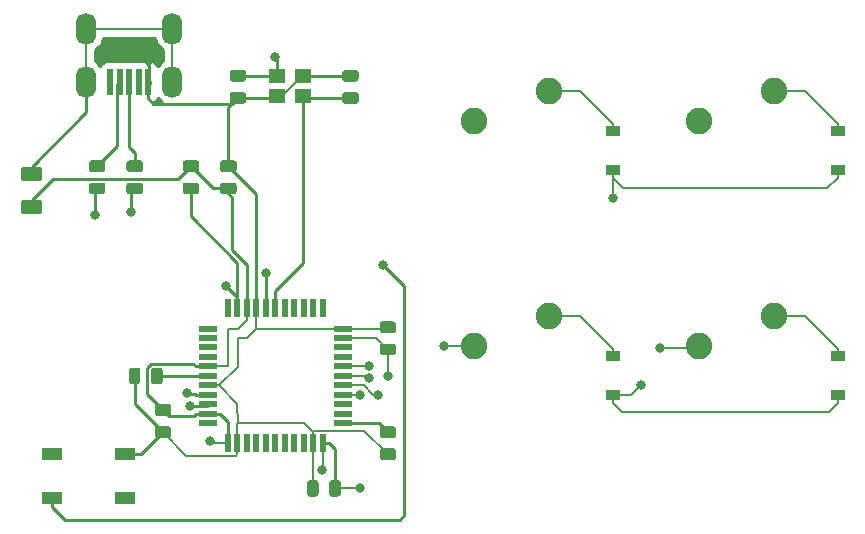
<source format=gbl>
G04 #@! TF.GenerationSoftware,KiCad,Pcbnew,(5.1.5)-3*
G04 #@! TF.CreationDate,2020-03-21T14:26:23+08:00*
G04 #@! TF.ProjectId,PCB Design,50434220-4465-4736-9967-6e2e6b696361,rev?*
G04 #@! TF.SameCoordinates,Original*
G04 #@! TF.FileFunction,Copper,L2,Bot*
G04 #@! TF.FilePolarity,Positive*
%FSLAX46Y46*%
G04 Gerber Fmt 4.6, Leading zero omitted, Abs format (unit mm)*
G04 Created by KiCad (PCBNEW (5.1.5)-3) date 2020-03-21 14:26:23*
%MOMM*%
%LPD*%
G04 APERTURE LIST*
%ADD10R,1.400000X1.200000*%
%ADD11O,1.700000X2.700000*%
%ADD12R,0.500000X2.250000*%
%ADD13R,0.550000X1.500000*%
%ADD14R,1.500000X0.550000*%
%ADD15R,1.800000X1.100000*%
%ADD16C,0.100000*%
%ADD17C,2.250000*%
%ADD18R,1.200000X0.900000*%
%ADD19C,0.800000*%
%ADD20C,0.254000*%
%ADD21C,0.203200*%
G04 APERTURE END LIST*
D10*
X189706250Y-130175000D03*
X187506250Y-130175000D03*
X187506250Y-131875000D03*
X189706250Y-131875000D03*
D11*
X171293750Y-126206250D03*
X178593750Y-126206250D03*
X178593750Y-130706250D03*
X171293750Y-130706250D03*
D12*
X173343750Y-130706250D03*
X174143750Y-130706250D03*
X174943750Y-130706250D03*
X175743750Y-130706250D03*
X176543750Y-130706250D03*
D13*
X183325000Y-161275000D03*
X184125000Y-161275000D03*
X184925000Y-161275000D03*
X185725000Y-161275000D03*
X186525000Y-161275000D03*
X187325000Y-161275000D03*
X188125000Y-161275000D03*
X188925000Y-161275000D03*
X189725000Y-161275000D03*
X190525000Y-161275000D03*
X191325000Y-161275000D03*
D14*
X193025000Y-159575000D03*
X193025000Y-158775000D03*
X193025000Y-157975000D03*
X193025000Y-157175000D03*
X193025000Y-156375000D03*
X193025000Y-155575000D03*
X193025000Y-154775000D03*
X193025000Y-153975000D03*
X193025000Y-153175000D03*
X193025000Y-152375000D03*
X193025000Y-151575000D03*
D13*
X191325000Y-149875000D03*
X190525000Y-149875000D03*
X189725000Y-149875000D03*
X188925000Y-149875000D03*
X188125000Y-149875000D03*
X187325000Y-149875000D03*
X186525000Y-149875000D03*
X185725000Y-149875000D03*
X184925000Y-149875000D03*
X184125000Y-149875000D03*
X183325000Y-149875000D03*
D14*
X181625000Y-151575000D03*
X181625000Y-152375000D03*
X181625000Y-153175000D03*
X181625000Y-153975000D03*
X181625000Y-154775000D03*
X181625000Y-155575000D03*
X181625000Y-156375000D03*
X181625000Y-157175000D03*
X181625000Y-157975000D03*
X181625000Y-158775000D03*
X181625000Y-159575000D03*
D15*
X174625000Y-162193750D03*
X168425000Y-165893750D03*
X174625000Y-165893750D03*
X168425000Y-162193750D03*
G04 #@! TA.AperFunction,SMDPad,CuDef*
D16*
G36*
X197330142Y-159851174D02*
G01*
X197353803Y-159854684D01*
X197377007Y-159860496D01*
X197399529Y-159868554D01*
X197421153Y-159878782D01*
X197441670Y-159891079D01*
X197460883Y-159905329D01*
X197478607Y-159921393D01*
X197494671Y-159939117D01*
X197508921Y-159958330D01*
X197521218Y-159978847D01*
X197531446Y-160000471D01*
X197539504Y-160022993D01*
X197545316Y-160046197D01*
X197548826Y-160069858D01*
X197550000Y-160093750D01*
X197550000Y-160581250D01*
X197548826Y-160605142D01*
X197545316Y-160628803D01*
X197539504Y-160652007D01*
X197531446Y-160674529D01*
X197521218Y-160696153D01*
X197508921Y-160716670D01*
X197494671Y-160735883D01*
X197478607Y-160753607D01*
X197460883Y-160769671D01*
X197441670Y-160783921D01*
X197421153Y-160796218D01*
X197399529Y-160806446D01*
X197377007Y-160814504D01*
X197353803Y-160820316D01*
X197330142Y-160823826D01*
X197306250Y-160825000D01*
X196393750Y-160825000D01*
X196369858Y-160823826D01*
X196346197Y-160820316D01*
X196322993Y-160814504D01*
X196300471Y-160806446D01*
X196278847Y-160796218D01*
X196258330Y-160783921D01*
X196239117Y-160769671D01*
X196221393Y-160753607D01*
X196205329Y-160735883D01*
X196191079Y-160716670D01*
X196178782Y-160696153D01*
X196168554Y-160674529D01*
X196160496Y-160652007D01*
X196154684Y-160628803D01*
X196151174Y-160605142D01*
X196150000Y-160581250D01*
X196150000Y-160093750D01*
X196151174Y-160069858D01*
X196154684Y-160046197D01*
X196160496Y-160022993D01*
X196168554Y-160000471D01*
X196178782Y-159978847D01*
X196191079Y-159958330D01*
X196205329Y-159939117D01*
X196221393Y-159921393D01*
X196239117Y-159905329D01*
X196258330Y-159891079D01*
X196278847Y-159878782D01*
X196300471Y-159868554D01*
X196322993Y-159860496D01*
X196346197Y-159854684D01*
X196369858Y-159851174D01*
X196393750Y-159850000D01*
X197306250Y-159850000D01*
X197330142Y-159851174D01*
G37*
G04 #@! TD.AperFunction*
G04 #@! TA.AperFunction,SMDPad,CuDef*
G36*
X197330142Y-161726174D02*
G01*
X197353803Y-161729684D01*
X197377007Y-161735496D01*
X197399529Y-161743554D01*
X197421153Y-161753782D01*
X197441670Y-161766079D01*
X197460883Y-161780329D01*
X197478607Y-161796393D01*
X197494671Y-161814117D01*
X197508921Y-161833330D01*
X197521218Y-161853847D01*
X197531446Y-161875471D01*
X197539504Y-161897993D01*
X197545316Y-161921197D01*
X197548826Y-161944858D01*
X197550000Y-161968750D01*
X197550000Y-162456250D01*
X197548826Y-162480142D01*
X197545316Y-162503803D01*
X197539504Y-162527007D01*
X197531446Y-162549529D01*
X197521218Y-162571153D01*
X197508921Y-162591670D01*
X197494671Y-162610883D01*
X197478607Y-162628607D01*
X197460883Y-162644671D01*
X197441670Y-162658921D01*
X197421153Y-162671218D01*
X197399529Y-162681446D01*
X197377007Y-162689504D01*
X197353803Y-162695316D01*
X197330142Y-162698826D01*
X197306250Y-162700000D01*
X196393750Y-162700000D01*
X196369858Y-162698826D01*
X196346197Y-162695316D01*
X196322993Y-162689504D01*
X196300471Y-162681446D01*
X196278847Y-162671218D01*
X196258330Y-162658921D01*
X196239117Y-162644671D01*
X196221393Y-162628607D01*
X196205329Y-162610883D01*
X196191079Y-162591670D01*
X196178782Y-162571153D01*
X196168554Y-162549529D01*
X196160496Y-162527007D01*
X196154684Y-162503803D01*
X196151174Y-162480142D01*
X196150000Y-162456250D01*
X196150000Y-161968750D01*
X196151174Y-161944858D01*
X196154684Y-161921197D01*
X196160496Y-161897993D01*
X196168554Y-161875471D01*
X196178782Y-161853847D01*
X196191079Y-161833330D01*
X196205329Y-161814117D01*
X196221393Y-161796393D01*
X196239117Y-161780329D01*
X196258330Y-161766079D01*
X196278847Y-161753782D01*
X196300471Y-161743554D01*
X196322993Y-161735496D01*
X196346197Y-161729684D01*
X196369858Y-161726174D01*
X196393750Y-161725000D01*
X197306250Y-161725000D01*
X197330142Y-161726174D01*
G37*
G04 #@! TD.AperFunction*
G04 #@! TA.AperFunction,SMDPad,CuDef*
G36*
X172723892Y-139213674D02*
G01*
X172747553Y-139217184D01*
X172770757Y-139222996D01*
X172793279Y-139231054D01*
X172814903Y-139241282D01*
X172835420Y-139253579D01*
X172854633Y-139267829D01*
X172872357Y-139283893D01*
X172888421Y-139301617D01*
X172902671Y-139320830D01*
X172914968Y-139341347D01*
X172925196Y-139362971D01*
X172933254Y-139385493D01*
X172939066Y-139408697D01*
X172942576Y-139432358D01*
X172943750Y-139456250D01*
X172943750Y-139943750D01*
X172942576Y-139967642D01*
X172939066Y-139991303D01*
X172933254Y-140014507D01*
X172925196Y-140037029D01*
X172914968Y-140058653D01*
X172902671Y-140079170D01*
X172888421Y-140098383D01*
X172872357Y-140116107D01*
X172854633Y-140132171D01*
X172835420Y-140146421D01*
X172814903Y-140158718D01*
X172793279Y-140168946D01*
X172770757Y-140177004D01*
X172747553Y-140182816D01*
X172723892Y-140186326D01*
X172700000Y-140187500D01*
X171787500Y-140187500D01*
X171763608Y-140186326D01*
X171739947Y-140182816D01*
X171716743Y-140177004D01*
X171694221Y-140168946D01*
X171672597Y-140158718D01*
X171652080Y-140146421D01*
X171632867Y-140132171D01*
X171615143Y-140116107D01*
X171599079Y-140098383D01*
X171584829Y-140079170D01*
X171572532Y-140058653D01*
X171562304Y-140037029D01*
X171554246Y-140014507D01*
X171548434Y-139991303D01*
X171544924Y-139967642D01*
X171543750Y-139943750D01*
X171543750Y-139456250D01*
X171544924Y-139432358D01*
X171548434Y-139408697D01*
X171554246Y-139385493D01*
X171562304Y-139362971D01*
X171572532Y-139341347D01*
X171584829Y-139320830D01*
X171599079Y-139301617D01*
X171615143Y-139283893D01*
X171632867Y-139267829D01*
X171652080Y-139253579D01*
X171672597Y-139241282D01*
X171694221Y-139231054D01*
X171716743Y-139222996D01*
X171739947Y-139217184D01*
X171763608Y-139213674D01*
X171787500Y-139212500D01*
X172700000Y-139212500D01*
X172723892Y-139213674D01*
G37*
G04 #@! TD.AperFunction*
G04 #@! TA.AperFunction,SMDPad,CuDef*
G36*
X172723892Y-137338674D02*
G01*
X172747553Y-137342184D01*
X172770757Y-137347996D01*
X172793279Y-137356054D01*
X172814903Y-137366282D01*
X172835420Y-137378579D01*
X172854633Y-137392829D01*
X172872357Y-137408893D01*
X172888421Y-137426617D01*
X172902671Y-137445830D01*
X172914968Y-137466347D01*
X172925196Y-137487971D01*
X172933254Y-137510493D01*
X172939066Y-137533697D01*
X172942576Y-137557358D01*
X172943750Y-137581250D01*
X172943750Y-138068750D01*
X172942576Y-138092642D01*
X172939066Y-138116303D01*
X172933254Y-138139507D01*
X172925196Y-138162029D01*
X172914968Y-138183653D01*
X172902671Y-138204170D01*
X172888421Y-138223383D01*
X172872357Y-138241107D01*
X172854633Y-138257171D01*
X172835420Y-138271421D01*
X172814903Y-138283718D01*
X172793279Y-138293946D01*
X172770757Y-138302004D01*
X172747553Y-138307816D01*
X172723892Y-138311326D01*
X172700000Y-138312500D01*
X171787500Y-138312500D01*
X171763608Y-138311326D01*
X171739947Y-138307816D01*
X171716743Y-138302004D01*
X171694221Y-138293946D01*
X171672597Y-138283718D01*
X171652080Y-138271421D01*
X171632867Y-138257171D01*
X171615143Y-138241107D01*
X171599079Y-138223383D01*
X171584829Y-138204170D01*
X171572532Y-138183653D01*
X171562304Y-138162029D01*
X171554246Y-138139507D01*
X171548434Y-138116303D01*
X171544924Y-138092642D01*
X171543750Y-138068750D01*
X171543750Y-137581250D01*
X171544924Y-137557358D01*
X171548434Y-137533697D01*
X171554246Y-137510493D01*
X171562304Y-137487971D01*
X171572532Y-137466347D01*
X171584829Y-137445830D01*
X171599079Y-137426617D01*
X171615143Y-137408893D01*
X171632867Y-137392829D01*
X171652080Y-137378579D01*
X171672597Y-137366282D01*
X171694221Y-137356054D01*
X171716743Y-137347996D01*
X171739947Y-137342184D01*
X171763608Y-137338674D01*
X171787500Y-137337500D01*
X172700000Y-137337500D01*
X172723892Y-137338674D01*
G37*
G04 #@! TD.AperFunction*
G04 #@! TA.AperFunction,SMDPad,CuDef*
G36*
X175898892Y-139213674D02*
G01*
X175922553Y-139217184D01*
X175945757Y-139222996D01*
X175968279Y-139231054D01*
X175989903Y-139241282D01*
X176010420Y-139253579D01*
X176029633Y-139267829D01*
X176047357Y-139283893D01*
X176063421Y-139301617D01*
X176077671Y-139320830D01*
X176089968Y-139341347D01*
X176100196Y-139362971D01*
X176108254Y-139385493D01*
X176114066Y-139408697D01*
X176117576Y-139432358D01*
X176118750Y-139456250D01*
X176118750Y-139943750D01*
X176117576Y-139967642D01*
X176114066Y-139991303D01*
X176108254Y-140014507D01*
X176100196Y-140037029D01*
X176089968Y-140058653D01*
X176077671Y-140079170D01*
X176063421Y-140098383D01*
X176047357Y-140116107D01*
X176029633Y-140132171D01*
X176010420Y-140146421D01*
X175989903Y-140158718D01*
X175968279Y-140168946D01*
X175945757Y-140177004D01*
X175922553Y-140182816D01*
X175898892Y-140186326D01*
X175875000Y-140187500D01*
X174962500Y-140187500D01*
X174938608Y-140186326D01*
X174914947Y-140182816D01*
X174891743Y-140177004D01*
X174869221Y-140168946D01*
X174847597Y-140158718D01*
X174827080Y-140146421D01*
X174807867Y-140132171D01*
X174790143Y-140116107D01*
X174774079Y-140098383D01*
X174759829Y-140079170D01*
X174747532Y-140058653D01*
X174737304Y-140037029D01*
X174729246Y-140014507D01*
X174723434Y-139991303D01*
X174719924Y-139967642D01*
X174718750Y-139943750D01*
X174718750Y-139456250D01*
X174719924Y-139432358D01*
X174723434Y-139408697D01*
X174729246Y-139385493D01*
X174737304Y-139362971D01*
X174747532Y-139341347D01*
X174759829Y-139320830D01*
X174774079Y-139301617D01*
X174790143Y-139283893D01*
X174807867Y-139267829D01*
X174827080Y-139253579D01*
X174847597Y-139241282D01*
X174869221Y-139231054D01*
X174891743Y-139222996D01*
X174914947Y-139217184D01*
X174938608Y-139213674D01*
X174962500Y-139212500D01*
X175875000Y-139212500D01*
X175898892Y-139213674D01*
G37*
G04 #@! TD.AperFunction*
G04 #@! TA.AperFunction,SMDPad,CuDef*
G36*
X175898892Y-137338674D02*
G01*
X175922553Y-137342184D01*
X175945757Y-137347996D01*
X175968279Y-137356054D01*
X175989903Y-137366282D01*
X176010420Y-137378579D01*
X176029633Y-137392829D01*
X176047357Y-137408893D01*
X176063421Y-137426617D01*
X176077671Y-137445830D01*
X176089968Y-137466347D01*
X176100196Y-137487971D01*
X176108254Y-137510493D01*
X176114066Y-137533697D01*
X176117576Y-137557358D01*
X176118750Y-137581250D01*
X176118750Y-138068750D01*
X176117576Y-138092642D01*
X176114066Y-138116303D01*
X176108254Y-138139507D01*
X176100196Y-138162029D01*
X176089968Y-138183653D01*
X176077671Y-138204170D01*
X176063421Y-138223383D01*
X176047357Y-138241107D01*
X176029633Y-138257171D01*
X176010420Y-138271421D01*
X175989903Y-138283718D01*
X175968279Y-138293946D01*
X175945757Y-138302004D01*
X175922553Y-138307816D01*
X175898892Y-138311326D01*
X175875000Y-138312500D01*
X174962500Y-138312500D01*
X174938608Y-138311326D01*
X174914947Y-138307816D01*
X174891743Y-138302004D01*
X174869221Y-138293946D01*
X174847597Y-138283718D01*
X174827080Y-138271421D01*
X174807867Y-138257171D01*
X174790143Y-138241107D01*
X174774079Y-138223383D01*
X174759829Y-138204170D01*
X174747532Y-138183653D01*
X174737304Y-138162029D01*
X174729246Y-138139507D01*
X174723434Y-138116303D01*
X174719924Y-138092642D01*
X174718750Y-138068750D01*
X174718750Y-137581250D01*
X174719924Y-137557358D01*
X174723434Y-137533697D01*
X174729246Y-137510493D01*
X174737304Y-137487971D01*
X174747532Y-137466347D01*
X174759829Y-137445830D01*
X174774079Y-137426617D01*
X174790143Y-137408893D01*
X174807867Y-137392829D01*
X174827080Y-137378579D01*
X174847597Y-137366282D01*
X174869221Y-137356054D01*
X174891743Y-137347996D01*
X174914947Y-137342184D01*
X174938608Y-137338674D01*
X174962500Y-137337500D01*
X175875000Y-137337500D01*
X175898892Y-137338674D01*
G37*
G04 #@! TD.AperFunction*
G04 #@! TA.AperFunction,SMDPad,CuDef*
G36*
X180661392Y-139213674D02*
G01*
X180685053Y-139217184D01*
X180708257Y-139222996D01*
X180730779Y-139231054D01*
X180752403Y-139241282D01*
X180772920Y-139253579D01*
X180792133Y-139267829D01*
X180809857Y-139283893D01*
X180825921Y-139301617D01*
X180840171Y-139320830D01*
X180852468Y-139341347D01*
X180862696Y-139362971D01*
X180870754Y-139385493D01*
X180876566Y-139408697D01*
X180880076Y-139432358D01*
X180881250Y-139456250D01*
X180881250Y-139943750D01*
X180880076Y-139967642D01*
X180876566Y-139991303D01*
X180870754Y-140014507D01*
X180862696Y-140037029D01*
X180852468Y-140058653D01*
X180840171Y-140079170D01*
X180825921Y-140098383D01*
X180809857Y-140116107D01*
X180792133Y-140132171D01*
X180772920Y-140146421D01*
X180752403Y-140158718D01*
X180730779Y-140168946D01*
X180708257Y-140177004D01*
X180685053Y-140182816D01*
X180661392Y-140186326D01*
X180637500Y-140187500D01*
X179725000Y-140187500D01*
X179701108Y-140186326D01*
X179677447Y-140182816D01*
X179654243Y-140177004D01*
X179631721Y-140168946D01*
X179610097Y-140158718D01*
X179589580Y-140146421D01*
X179570367Y-140132171D01*
X179552643Y-140116107D01*
X179536579Y-140098383D01*
X179522329Y-140079170D01*
X179510032Y-140058653D01*
X179499804Y-140037029D01*
X179491746Y-140014507D01*
X179485934Y-139991303D01*
X179482424Y-139967642D01*
X179481250Y-139943750D01*
X179481250Y-139456250D01*
X179482424Y-139432358D01*
X179485934Y-139408697D01*
X179491746Y-139385493D01*
X179499804Y-139362971D01*
X179510032Y-139341347D01*
X179522329Y-139320830D01*
X179536579Y-139301617D01*
X179552643Y-139283893D01*
X179570367Y-139267829D01*
X179589580Y-139253579D01*
X179610097Y-139241282D01*
X179631721Y-139231054D01*
X179654243Y-139222996D01*
X179677447Y-139217184D01*
X179701108Y-139213674D01*
X179725000Y-139212500D01*
X180637500Y-139212500D01*
X180661392Y-139213674D01*
G37*
G04 #@! TD.AperFunction*
G04 #@! TA.AperFunction,SMDPad,CuDef*
G36*
X180661392Y-137338674D02*
G01*
X180685053Y-137342184D01*
X180708257Y-137347996D01*
X180730779Y-137356054D01*
X180752403Y-137366282D01*
X180772920Y-137378579D01*
X180792133Y-137392829D01*
X180809857Y-137408893D01*
X180825921Y-137426617D01*
X180840171Y-137445830D01*
X180852468Y-137466347D01*
X180862696Y-137487971D01*
X180870754Y-137510493D01*
X180876566Y-137533697D01*
X180880076Y-137557358D01*
X180881250Y-137581250D01*
X180881250Y-138068750D01*
X180880076Y-138092642D01*
X180876566Y-138116303D01*
X180870754Y-138139507D01*
X180862696Y-138162029D01*
X180852468Y-138183653D01*
X180840171Y-138204170D01*
X180825921Y-138223383D01*
X180809857Y-138241107D01*
X180792133Y-138257171D01*
X180772920Y-138271421D01*
X180752403Y-138283718D01*
X180730779Y-138293946D01*
X180708257Y-138302004D01*
X180685053Y-138307816D01*
X180661392Y-138311326D01*
X180637500Y-138312500D01*
X179725000Y-138312500D01*
X179701108Y-138311326D01*
X179677447Y-138307816D01*
X179654243Y-138302004D01*
X179631721Y-138293946D01*
X179610097Y-138283718D01*
X179589580Y-138271421D01*
X179570367Y-138257171D01*
X179552643Y-138241107D01*
X179536579Y-138223383D01*
X179522329Y-138204170D01*
X179510032Y-138183653D01*
X179499804Y-138162029D01*
X179491746Y-138139507D01*
X179485934Y-138116303D01*
X179482424Y-138092642D01*
X179481250Y-138068750D01*
X179481250Y-137581250D01*
X179482424Y-137557358D01*
X179485934Y-137533697D01*
X179491746Y-137510493D01*
X179499804Y-137487971D01*
X179510032Y-137466347D01*
X179522329Y-137445830D01*
X179536579Y-137426617D01*
X179552643Y-137408893D01*
X179570367Y-137392829D01*
X179589580Y-137378579D01*
X179610097Y-137366282D01*
X179631721Y-137356054D01*
X179654243Y-137347996D01*
X179677447Y-137342184D01*
X179701108Y-137338674D01*
X179725000Y-137337500D01*
X180637500Y-137337500D01*
X180661392Y-137338674D01*
G37*
G04 #@! TD.AperFunction*
D17*
X223202500Y-153035000D03*
X229552500Y-150495000D03*
X204152500Y-153035000D03*
X210502500Y-150495000D03*
X223202500Y-133985000D03*
X229552500Y-131445000D03*
X204152500Y-133985000D03*
X210502500Y-131445000D03*
G04 #@! TA.AperFunction,SMDPad,CuDef*
D16*
G36*
X167337004Y-140663704D02*
G01*
X167361273Y-140667304D01*
X167385071Y-140673265D01*
X167408171Y-140681530D01*
X167430349Y-140692020D01*
X167451393Y-140704633D01*
X167471098Y-140719247D01*
X167489277Y-140735723D01*
X167505753Y-140753902D01*
X167520367Y-140773607D01*
X167532980Y-140794651D01*
X167543470Y-140816829D01*
X167551735Y-140839929D01*
X167557696Y-140863727D01*
X167561296Y-140887996D01*
X167562500Y-140912500D01*
X167562500Y-141662500D01*
X167561296Y-141687004D01*
X167557696Y-141711273D01*
X167551735Y-141735071D01*
X167543470Y-141758171D01*
X167532980Y-141780349D01*
X167520367Y-141801393D01*
X167505753Y-141821098D01*
X167489277Y-141839277D01*
X167471098Y-141855753D01*
X167451393Y-141870367D01*
X167430349Y-141882980D01*
X167408171Y-141893470D01*
X167385071Y-141901735D01*
X167361273Y-141907696D01*
X167337004Y-141911296D01*
X167312500Y-141912500D01*
X166062500Y-141912500D01*
X166037996Y-141911296D01*
X166013727Y-141907696D01*
X165989929Y-141901735D01*
X165966829Y-141893470D01*
X165944651Y-141882980D01*
X165923607Y-141870367D01*
X165903902Y-141855753D01*
X165885723Y-141839277D01*
X165869247Y-141821098D01*
X165854633Y-141801393D01*
X165842020Y-141780349D01*
X165831530Y-141758171D01*
X165823265Y-141735071D01*
X165817304Y-141711273D01*
X165813704Y-141687004D01*
X165812500Y-141662500D01*
X165812500Y-140912500D01*
X165813704Y-140887996D01*
X165817304Y-140863727D01*
X165823265Y-140839929D01*
X165831530Y-140816829D01*
X165842020Y-140794651D01*
X165854633Y-140773607D01*
X165869247Y-140753902D01*
X165885723Y-140735723D01*
X165903902Y-140719247D01*
X165923607Y-140704633D01*
X165944651Y-140692020D01*
X165966829Y-140681530D01*
X165989929Y-140673265D01*
X166013727Y-140667304D01*
X166037996Y-140663704D01*
X166062500Y-140662500D01*
X167312500Y-140662500D01*
X167337004Y-140663704D01*
G37*
G04 #@! TD.AperFunction*
G04 #@! TA.AperFunction,SMDPad,CuDef*
G36*
X167337004Y-137863704D02*
G01*
X167361273Y-137867304D01*
X167385071Y-137873265D01*
X167408171Y-137881530D01*
X167430349Y-137892020D01*
X167451393Y-137904633D01*
X167471098Y-137919247D01*
X167489277Y-137935723D01*
X167505753Y-137953902D01*
X167520367Y-137973607D01*
X167532980Y-137994651D01*
X167543470Y-138016829D01*
X167551735Y-138039929D01*
X167557696Y-138063727D01*
X167561296Y-138087996D01*
X167562500Y-138112500D01*
X167562500Y-138862500D01*
X167561296Y-138887004D01*
X167557696Y-138911273D01*
X167551735Y-138935071D01*
X167543470Y-138958171D01*
X167532980Y-138980349D01*
X167520367Y-139001393D01*
X167505753Y-139021098D01*
X167489277Y-139039277D01*
X167471098Y-139055753D01*
X167451393Y-139070367D01*
X167430349Y-139082980D01*
X167408171Y-139093470D01*
X167385071Y-139101735D01*
X167361273Y-139107696D01*
X167337004Y-139111296D01*
X167312500Y-139112500D01*
X166062500Y-139112500D01*
X166037996Y-139111296D01*
X166013727Y-139107696D01*
X165989929Y-139101735D01*
X165966829Y-139093470D01*
X165944651Y-139082980D01*
X165923607Y-139070367D01*
X165903902Y-139055753D01*
X165885723Y-139039277D01*
X165869247Y-139021098D01*
X165854633Y-139001393D01*
X165842020Y-138980349D01*
X165831530Y-138958171D01*
X165823265Y-138935071D01*
X165817304Y-138911273D01*
X165813704Y-138887004D01*
X165812500Y-138862500D01*
X165812500Y-138112500D01*
X165813704Y-138087996D01*
X165817304Y-138063727D01*
X165823265Y-138039929D01*
X165831530Y-138016829D01*
X165842020Y-137994651D01*
X165854633Y-137973607D01*
X165869247Y-137953902D01*
X165885723Y-137935723D01*
X165903902Y-137919247D01*
X165923607Y-137904633D01*
X165944651Y-137892020D01*
X165966829Y-137881530D01*
X165989929Y-137873265D01*
X166013727Y-137867304D01*
X166037996Y-137863704D01*
X166062500Y-137862500D01*
X167312500Y-137862500D01*
X167337004Y-137863704D01*
G37*
G04 #@! TD.AperFunction*
D18*
X234950000Y-153925000D03*
X234950000Y-157225000D03*
X215900000Y-153925000D03*
X215900000Y-157225000D03*
X234950000Y-134875000D03*
X234950000Y-138175000D03*
X215900000Y-134875000D03*
X215900000Y-138175000D03*
G04 #@! TA.AperFunction,SMDPad,CuDef*
D16*
G36*
X178280142Y-159851174D02*
G01*
X178303803Y-159854684D01*
X178327007Y-159860496D01*
X178349529Y-159868554D01*
X178371153Y-159878782D01*
X178391670Y-159891079D01*
X178410883Y-159905329D01*
X178428607Y-159921393D01*
X178444671Y-159939117D01*
X178458921Y-159958330D01*
X178471218Y-159978847D01*
X178481446Y-160000471D01*
X178489504Y-160022993D01*
X178495316Y-160046197D01*
X178498826Y-160069858D01*
X178500000Y-160093750D01*
X178500000Y-160581250D01*
X178498826Y-160605142D01*
X178495316Y-160628803D01*
X178489504Y-160652007D01*
X178481446Y-160674529D01*
X178471218Y-160696153D01*
X178458921Y-160716670D01*
X178444671Y-160735883D01*
X178428607Y-160753607D01*
X178410883Y-160769671D01*
X178391670Y-160783921D01*
X178371153Y-160796218D01*
X178349529Y-160806446D01*
X178327007Y-160814504D01*
X178303803Y-160820316D01*
X178280142Y-160823826D01*
X178256250Y-160825000D01*
X177343750Y-160825000D01*
X177319858Y-160823826D01*
X177296197Y-160820316D01*
X177272993Y-160814504D01*
X177250471Y-160806446D01*
X177228847Y-160796218D01*
X177208330Y-160783921D01*
X177189117Y-160769671D01*
X177171393Y-160753607D01*
X177155329Y-160735883D01*
X177141079Y-160716670D01*
X177128782Y-160696153D01*
X177118554Y-160674529D01*
X177110496Y-160652007D01*
X177104684Y-160628803D01*
X177101174Y-160605142D01*
X177100000Y-160581250D01*
X177100000Y-160093750D01*
X177101174Y-160069858D01*
X177104684Y-160046197D01*
X177110496Y-160022993D01*
X177118554Y-160000471D01*
X177128782Y-159978847D01*
X177141079Y-159958330D01*
X177155329Y-159939117D01*
X177171393Y-159921393D01*
X177189117Y-159905329D01*
X177208330Y-159891079D01*
X177228847Y-159878782D01*
X177250471Y-159868554D01*
X177272993Y-159860496D01*
X177296197Y-159854684D01*
X177319858Y-159851174D01*
X177343750Y-159850000D01*
X178256250Y-159850000D01*
X178280142Y-159851174D01*
G37*
G04 #@! TD.AperFunction*
G04 #@! TA.AperFunction,SMDPad,CuDef*
G36*
X178280142Y-157976174D02*
G01*
X178303803Y-157979684D01*
X178327007Y-157985496D01*
X178349529Y-157993554D01*
X178371153Y-158003782D01*
X178391670Y-158016079D01*
X178410883Y-158030329D01*
X178428607Y-158046393D01*
X178444671Y-158064117D01*
X178458921Y-158083330D01*
X178471218Y-158103847D01*
X178481446Y-158125471D01*
X178489504Y-158147993D01*
X178495316Y-158171197D01*
X178498826Y-158194858D01*
X178500000Y-158218750D01*
X178500000Y-158706250D01*
X178498826Y-158730142D01*
X178495316Y-158753803D01*
X178489504Y-158777007D01*
X178481446Y-158799529D01*
X178471218Y-158821153D01*
X178458921Y-158841670D01*
X178444671Y-158860883D01*
X178428607Y-158878607D01*
X178410883Y-158894671D01*
X178391670Y-158908921D01*
X178371153Y-158921218D01*
X178349529Y-158931446D01*
X178327007Y-158939504D01*
X178303803Y-158945316D01*
X178280142Y-158948826D01*
X178256250Y-158950000D01*
X177343750Y-158950000D01*
X177319858Y-158948826D01*
X177296197Y-158945316D01*
X177272993Y-158939504D01*
X177250471Y-158931446D01*
X177228847Y-158921218D01*
X177208330Y-158908921D01*
X177189117Y-158894671D01*
X177171393Y-158878607D01*
X177155329Y-158860883D01*
X177141079Y-158841670D01*
X177128782Y-158821153D01*
X177118554Y-158799529D01*
X177110496Y-158777007D01*
X177104684Y-158753803D01*
X177101174Y-158730142D01*
X177100000Y-158706250D01*
X177100000Y-158218750D01*
X177101174Y-158194858D01*
X177104684Y-158171197D01*
X177110496Y-158147993D01*
X177118554Y-158125471D01*
X177128782Y-158103847D01*
X177141079Y-158083330D01*
X177155329Y-158064117D01*
X177171393Y-158046393D01*
X177189117Y-158030329D01*
X177208330Y-158016079D01*
X177228847Y-158003782D01*
X177250471Y-157993554D01*
X177272993Y-157985496D01*
X177296197Y-157979684D01*
X177319858Y-157976174D01*
X177343750Y-157975000D01*
X178256250Y-157975000D01*
X178280142Y-157976174D01*
G37*
G04 #@! TD.AperFunction*
G04 #@! TA.AperFunction,SMDPad,CuDef*
G36*
X190767642Y-164401174D02*
G01*
X190791303Y-164404684D01*
X190814507Y-164410496D01*
X190837029Y-164418554D01*
X190858653Y-164428782D01*
X190879170Y-164441079D01*
X190898383Y-164455329D01*
X190916107Y-164471393D01*
X190932171Y-164489117D01*
X190946421Y-164508330D01*
X190958718Y-164528847D01*
X190968946Y-164550471D01*
X190977004Y-164572993D01*
X190982816Y-164596197D01*
X190986326Y-164619858D01*
X190987500Y-164643750D01*
X190987500Y-165556250D01*
X190986326Y-165580142D01*
X190982816Y-165603803D01*
X190977004Y-165627007D01*
X190968946Y-165649529D01*
X190958718Y-165671153D01*
X190946421Y-165691670D01*
X190932171Y-165710883D01*
X190916107Y-165728607D01*
X190898383Y-165744671D01*
X190879170Y-165758921D01*
X190858653Y-165771218D01*
X190837029Y-165781446D01*
X190814507Y-165789504D01*
X190791303Y-165795316D01*
X190767642Y-165798826D01*
X190743750Y-165800000D01*
X190256250Y-165800000D01*
X190232358Y-165798826D01*
X190208697Y-165795316D01*
X190185493Y-165789504D01*
X190162971Y-165781446D01*
X190141347Y-165771218D01*
X190120830Y-165758921D01*
X190101617Y-165744671D01*
X190083893Y-165728607D01*
X190067829Y-165710883D01*
X190053579Y-165691670D01*
X190041282Y-165671153D01*
X190031054Y-165649529D01*
X190022996Y-165627007D01*
X190017184Y-165603803D01*
X190013674Y-165580142D01*
X190012500Y-165556250D01*
X190012500Y-164643750D01*
X190013674Y-164619858D01*
X190017184Y-164596197D01*
X190022996Y-164572993D01*
X190031054Y-164550471D01*
X190041282Y-164528847D01*
X190053579Y-164508330D01*
X190067829Y-164489117D01*
X190083893Y-164471393D01*
X190101617Y-164455329D01*
X190120830Y-164441079D01*
X190141347Y-164428782D01*
X190162971Y-164418554D01*
X190185493Y-164410496D01*
X190208697Y-164404684D01*
X190232358Y-164401174D01*
X190256250Y-164400000D01*
X190743750Y-164400000D01*
X190767642Y-164401174D01*
G37*
G04 #@! TD.AperFunction*
G04 #@! TA.AperFunction,SMDPad,CuDef*
G36*
X192642642Y-164401174D02*
G01*
X192666303Y-164404684D01*
X192689507Y-164410496D01*
X192712029Y-164418554D01*
X192733653Y-164428782D01*
X192754170Y-164441079D01*
X192773383Y-164455329D01*
X192791107Y-164471393D01*
X192807171Y-164489117D01*
X192821421Y-164508330D01*
X192833718Y-164528847D01*
X192843946Y-164550471D01*
X192852004Y-164572993D01*
X192857816Y-164596197D01*
X192861326Y-164619858D01*
X192862500Y-164643750D01*
X192862500Y-165556250D01*
X192861326Y-165580142D01*
X192857816Y-165603803D01*
X192852004Y-165627007D01*
X192843946Y-165649529D01*
X192833718Y-165671153D01*
X192821421Y-165691670D01*
X192807171Y-165710883D01*
X192791107Y-165728607D01*
X192773383Y-165744671D01*
X192754170Y-165758921D01*
X192733653Y-165771218D01*
X192712029Y-165781446D01*
X192689507Y-165789504D01*
X192666303Y-165795316D01*
X192642642Y-165798826D01*
X192618750Y-165800000D01*
X192131250Y-165800000D01*
X192107358Y-165798826D01*
X192083697Y-165795316D01*
X192060493Y-165789504D01*
X192037971Y-165781446D01*
X192016347Y-165771218D01*
X191995830Y-165758921D01*
X191976617Y-165744671D01*
X191958893Y-165728607D01*
X191942829Y-165710883D01*
X191928579Y-165691670D01*
X191916282Y-165671153D01*
X191906054Y-165649529D01*
X191897996Y-165627007D01*
X191892184Y-165603803D01*
X191888674Y-165580142D01*
X191887500Y-165556250D01*
X191887500Y-164643750D01*
X191888674Y-164619858D01*
X191892184Y-164596197D01*
X191897996Y-164572993D01*
X191906054Y-164550471D01*
X191916282Y-164528847D01*
X191928579Y-164508330D01*
X191942829Y-164489117D01*
X191958893Y-164471393D01*
X191976617Y-164455329D01*
X191995830Y-164441079D01*
X192016347Y-164428782D01*
X192037971Y-164418554D01*
X192060493Y-164410496D01*
X192083697Y-164404684D01*
X192107358Y-164401174D01*
X192131250Y-164400000D01*
X192618750Y-164400000D01*
X192642642Y-164401174D01*
G37*
G04 #@! TD.AperFunction*
G04 #@! TA.AperFunction,SMDPad,CuDef*
G36*
X197330142Y-150976174D02*
G01*
X197353803Y-150979684D01*
X197377007Y-150985496D01*
X197399529Y-150993554D01*
X197421153Y-151003782D01*
X197441670Y-151016079D01*
X197460883Y-151030329D01*
X197478607Y-151046393D01*
X197494671Y-151064117D01*
X197508921Y-151083330D01*
X197521218Y-151103847D01*
X197531446Y-151125471D01*
X197539504Y-151147993D01*
X197545316Y-151171197D01*
X197548826Y-151194858D01*
X197550000Y-151218750D01*
X197550000Y-151706250D01*
X197548826Y-151730142D01*
X197545316Y-151753803D01*
X197539504Y-151777007D01*
X197531446Y-151799529D01*
X197521218Y-151821153D01*
X197508921Y-151841670D01*
X197494671Y-151860883D01*
X197478607Y-151878607D01*
X197460883Y-151894671D01*
X197441670Y-151908921D01*
X197421153Y-151921218D01*
X197399529Y-151931446D01*
X197377007Y-151939504D01*
X197353803Y-151945316D01*
X197330142Y-151948826D01*
X197306250Y-151950000D01*
X196393750Y-151950000D01*
X196369858Y-151948826D01*
X196346197Y-151945316D01*
X196322993Y-151939504D01*
X196300471Y-151931446D01*
X196278847Y-151921218D01*
X196258330Y-151908921D01*
X196239117Y-151894671D01*
X196221393Y-151878607D01*
X196205329Y-151860883D01*
X196191079Y-151841670D01*
X196178782Y-151821153D01*
X196168554Y-151799529D01*
X196160496Y-151777007D01*
X196154684Y-151753803D01*
X196151174Y-151730142D01*
X196150000Y-151706250D01*
X196150000Y-151218750D01*
X196151174Y-151194858D01*
X196154684Y-151171197D01*
X196160496Y-151147993D01*
X196168554Y-151125471D01*
X196178782Y-151103847D01*
X196191079Y-151083330D01*
X196205329Y-151064117D01*
X196221393Y-151046393D01*
X196239117Y-151030329D01*
X196258330Y-151016079D01*
X196278847Y-151003782D01*
X196300471Y-150993554D01*
X196322993Y-150985496D01*
X196346197Y-150979684D01*
X196369858Y-150976174D01*
X196393750Y-150975000D01*
X197306250Y-150975000D01*
X197330142Y-150976174D01*
G37*
G04 #@! TD.AperFunction*
G04 #@! TA.AperFunction,SMDPad,CuDef*
G36*
X197330142Y-152851174D02*
G01*
X197353803Y-152854684D01*
X197377007Y-152860496D01*
X197399529Y-152868554D01*
X197421153Y-152878782D01*
X197441670Y-152891079D01*
X197460883Y-152905329D01*
X197478607Y-152921393D01*
X197494671Y-152939117D01*
X197508921Y-152958330D01*
X197521218Y-152978847D01*
X197531446Y-153000471D01*
X197539504Y-153022993D01*
X197545316Y-153046197D01*
X197548826Y-153069858D01*
X197550000Y-153093750D01*
X197550000Y-153581250D01*
X197548826Y-153605142D01*
X197545316Y-153628803D01*
X197539504Y-153652007D01*
X197531446Y-153674529D01*
X197521218Y-153696153D01*
X197508921Y-153716670D01*
X197494671Y-153735883D01*
X197478607Y-153753607D01*
X197460883Y-153769671D01*
X197441670Y-153783921D01*
X197421153Y-153796218D01*
X197399529Y-153806446D01*
X197377007Y-153814504D01*
X197353803Y-153820316D01*
X197330142Y-153823826D01*
X197306250Y-153825000D01*
X196393750Y-153825000D01*
X196369858Y-153823826D01*
X196346197Y-153820316D01*
X196322993Y-153814504D01*
X196300471Y-153806446D01*
X196278847Y-153796218D01*
X196258330Y-153783921D01*
X196239117Y-153769671D01*
X196221393Y-153753607D01*
X196205329Y-153735883D01*
X196191079Y-153716670D01*
X196178782Y-153696153D01*
X196168554Y-153674529D01*
X196160496Y-153652007D01*
X196154684Y-153628803D01*
X196151174Y-153605142D01*
X196150000Y-153581250D01*
X196150000Y-153093750D01*
X196151174Y-153069858D01*
X196154684Y-153046197D01*
X196160496Y-153022993D01*
X196168554Y-153000471D01*
X196178782Y-152978847D01*
X196191079Y-152958330D01*
X196205329Y-152939117D01*
X196221393Y-152921393D01*
X196239117Y-152905329D01*
X196258330Y-152891079D01*
X196278847Y-152878782D01*
X196300471Y-152868554D01*
X196322993Y-152860496D01*
X196346197Y-152854684D01*
X196369858Y-152851174D01*
X196393750Y-152850000D01*
X197306250Y-152850000D01*
X197330142Y-152851174D01*
G37*
G04 #@! TD.AperFunction*
G04 #@! TA.AperFunction,SMDPad,CuDef*
G36*
X183836392Y-137338674D02*
G01*
X183860053Y-137342184D01*
X183883257Y-137347996D01*
X183905779Y-137356054D01*
X183927403Y-137366282D01*
X183947920Y-137378579D01*
X183967133Y-137392829D01*
X183984857Y-137408893D01*
X184000921Y-137426617D01*
X184015171Y-137445830D01*
X184027468Y-137466347D01*
X184037696Y-137487971D01*
X184045754Y-137510493D01*
X184051566Y-137533697D01*
X184055076Y-137557358D01*
X184056250Y-137581250D01*
X184056250Y-138068750D01*
X184055076Y-138092642D01*
X184051566Y-138116303D01*
X184045754Y-138139507D01*
X184037696Y-138162029D01*
X184027468Y-138183653D01*
X184015171Y-138204170D01*
X184000921Y-138223383D01*
X183984857Y-138241107D01*
X183967133Y-138257171D01*
X183947920Y-138271421D01*
X183927403Y-138283718D01*
X183905779Y-138293946D01*
X183883257Y-138302004D01*
X183860053Y-138307816D01*
X183836392Y-138311326D01*
X183812500Y-138312500D01*
X182900000Y-138312500D01*
X182876108Y-138311326D01*
X182852447Y-138307816D01*
X182829243Y-138302004D01*
X182806721Y-138293946D01*
X182785097Y-138283718D01*
X182764580Y-138271421D01*
X182745367Y-138257171D01*
X182727643Y-138241107D01*
X182711579Y-138223383D01*
X182697329Y-138204170D01*
X182685032Y-138183653D01*
X182674804Y-138162029D01*
X182666746Y-138139507D01*
X182660934Y-138116303D01*
X182657424Y-138092642D01*
X182656250Y-138068750D01*
X182656250Y-137581250D01*
X182657424Y-137557358D01*
X182660934Y-137533697D01*
X182666746Y-137510493D01*
X182674804Y-137487971D01*
X182685032Y-137466347D01*
X182697329Y-137445830D01*
X182711579Y-137426617D01*
X182727643Y-137408893D01*
X182745367Y-137392829D01*
X182764580Y-137378579D01*
X182785097Y-137366282D01*
X182806721Y-137356054D01*
X182829243Y-137347996D01*
X182852447Y-137342184D01*
X182876108Y-137338674D01*
X182900000Y-137337500D01*
X183812500Y-137337500D01*
X183836392Y-137338674D01*
G37*
G04 #@! TD.AperFunction*
G04 #@! TA.AperFunction,SMDPad,CuDef*
G36*
X183836392Y-139213674D02*
G01*
X183860053Y-139217184D01*
X183883257Y-139222996D01*
X183905779Y-139231054D01*
X183927403Y-139241282D01*
X183947920Y-139253579D01*
X183967133Y-139267829D01*
X183984857Y-139283893D01*
X184000921Y-139301617D01*
X184015171Y-139320830D01*
X184027468Y-139341347D01*
X184037696Y-139362971D01*
X184045754Y-139385493D01*
X184051566Y-139408697D01*
X184055076Y-139432358D01*
X184056250Y-139456250D01*
X184056250Y-139943750D01*
X184055076Y-139967642D01*
X184051566Y-139991303D01*
X184045754Y-140014507D01*
X184037696Y-140037029D01*
X184027468Y-140058653D01*
X184015171Y-140079170D01*
X184000921Y-140098383D01*
X183984857Y-140116107D01*
X183967133Y-140132171D01*
X183947920Y-140146421D01*
X183927403Y-140158718D01*
X183905779Y-140168946D01*
X183883257Y-140177004D01*
X183860053Y-140182816D01*
X183836392Y-140186326D01*
X183812500Y-140187500D01*
X182900000Y-140187500D01*
X182876108Y-140186326D01*
X182852447Y-140182816D01*
X182829243Y-140177004D01*
X182806721Y-140168946D01*
X182785097Y-140158718D01*
X182764580Y-140146421D01*
X182745367Y-140132171D01*
X182727643Y-140116107D01*
X182711579Y-140098383D01*
X182697329Y-140079170D01*
X182685032Y-140058653D01*
X182674804Y-140037029D01*
X182666746Y-140014507D01*
X182660934Y-139991303D01*
X182657424Y-139967642D01*
X182656250Y-139943750D01*
X182656250Y-139456250D01*
X182657424Y-139432358D01*
X182660934Y-139408697D01*
X182666746Y-139385493D01*
X182674804Y-139362971D01*
X182685032Y-139341347D01*
X182697329Y-139320830D01*
X182711579Y-139301617D01*
X182727643Y-139283893D01*
X182745367Y-139267829D01*
X182764580Y-139253579D01*
X182785097Y-139241282D01*
X182806721Y-139231054D01*
X182829243Y-139222996D01*
X182852447Y-139217184D01*
X182876108Y-139213674D01*
X182900000Y-139212500D01*
X183812500Y-139212500D01*
X183836392Y-139213674D01*
G37*
G04 #@! TD.AperFunction*
G04 #@! TA.AperFunction,SMDPad,CuDef*
G36*
X175686392Y-154876174D02*
G01*
X175710053Y-154879684D01*
X175733257Y-154885496D01*
X175755779Y-154893554D01*
X175777403Y-154903782D01*
X175797920Y-154916079D01*
X175817133Y-154930329D01*
X175834857Y-154946393D01*
X175850921Y-154964117D01*
X175865171Y-154983330D01*
X175877468Y-155003847D01*
X175887696Y-155025471D01*
X175895754Y-155047993D01*
X175901566Y-155071197D01*
X175905076Y-155094858D01*
X175906250Y-155118750D01*
X175906250Y-156031250D01*
X175905076Y-156055142D01*
X175901566Y-156078803D01*
X175895754Y-156102007D01*
X175887696Y-156124529D01*
X175877468Y-156146153D01*
X175865171Y-156166670D01*
X175850921Y-156185883D01*
X175834857Y-156203607D01*
X175817133Y-156219671D01*
X175797920Y-156233921D01*
X175777403Y-156246218D01*
X175755779Y-156256446D01*
X175733257Y-156264504D01*
X175710053Y-156270316D01*
X175686392Y-156273826D01*
X175662500Y-156275000D01*
X175175000Y-156275000D01*
X175151108Y-156273826D01*
X175127447Y-156270316D01*
X175104243Y-156264504D01*
X175081721Y-156256446D01*
X175060097Y-156246218D01*
X175039580Y-156233921D01*
X175020367Y-156219671D01*
X175002643Y-156203607D01*
X174986579Y-156185883D01*
X174972329Y-156166670D01*
X174960032Y-156146153D01*
X174949804Y-156124529D01*
X174941746Y-156102007D01*
X174935934Y-156078803D01*
X174932424Y-156055142D01*
X174931250Y-156031250D01*
X174931250Y-155118750D01*
X174932424Y-155094858D01*
X174935934Y-155071197D01*
X174941746Y-155047993D01*
X174949804Y-155025471D01*
X174960032Y-155003847D01*
X174972329Y-154983330D01*
X174986579Y-154964117D01*
X175002643Y-154946393D01*
X175020367Y-154930329D01*
X175039580Y-154916079D01*
X175060097Y-154903782D01*
X175081721Y-154893554D01*
X175104243Y-154885496D01*
X175127447Y-154879684D01*
X175151108Y-154876174D01*
X175175000Y-154875000D01*
X175662500Y-154875000D01*
X175686392Y-154876174D01*
G37*
G04 #@! TD.AperFunction*
G04 #@! TA.AperFunction,SMDPad,CuDef*
G36*
X177561392Y-154876174D02*
G01*
X177585053Y-154879684D01*
X177608257Y-154885496D01*
X177630779Y-154893554D01*
X177652403Y-154903782D01*
X177672920Y-154916079D01*
X177692133Y-154930329D01*
X177709857Y-154946393D01*
X177725921Y-154964117D01*
X177740171Y-154983330D01*
X177752468Y-155003847D01*
X177762696Y-155025471D01*
X177770754Y-155047993D01*
X177776566Y-155071197D01*
X177780076Y-155094858D01*
X177781250Y-155118750D01*
X177781250Y-156031250D01*
X177780076Y-156055142D01*
X177776566Y-156078803D01*
X177770754Y-156102007D01*
X177762696Y-156124529D01*
X177752468Y-156146153D01*
X177740171Y-156166670D01*
X177725921Y-156185883D01*
X177709857Y-156203607D01*
X177692133Y-156219671D01*
X177672920Y-156233921D01*
X177652403Y-156246218D01*
X177630779Y-156256446D01*
X177608257Y-156264504D01*
X177585053Y-156270316D01*
X177561392Y-156273826D01*
X177537500Y-156275000D01*
X177050000Y-156275000D01*
X177026108Y-156273826D01*
X177002447Y-156270316D01*
X176979243Y-156264504D01*
X176956721Y-156256446D01*
X176935097Y-156246218D01*
X176914580Y-156233921D01*
X176895367Y-156219671D01*
X176877643Y-156203607D01*
X176861579Y-156185883D01*
X176847329Y-156166670D01*
X176835032Y-156146153D01*
X176824804Y-156124529D01*
X176816746Y-156102007D01*
X176810934Y-156078803D01*
X176807424Y-156055142D01*
X176806250Y-156031250D01*
X176806250Y-155118750D01*
X176807424Y-155094858D01*
X176810934Y-155071197D01*
X176816746Y-155047993D01*
X176824804Y-155025471D01*
X176835032Y-155003847D01*
X176847329Y-154983330D01*
X176861579Y-154964117D01*
X176877643Y-154946393D01*
X176895367Y-154930329D01*
X176914580Y-154916079D01*
X176935097Y-154903782D01*
X176956721Y-154893554D01*
X176979243Y-154885496D01*
X177002447Y-154879684D01*
X177026108Y-154876174D01*
X177050000Y-154875000D01*
X177537500Y-154875000D01*
X177561392Y-154876174D01*
G37*
G04 #@! TD.AperFunction*
G04 #@! TA.AperFunction,SMDPad,CuDef*
G36*
X184630142Y-131563674D02*
G01*
X184653803Y-131567184D01*
X184677007Y-131572996D01*
X184699529Y-131581054D01*
X184721153Y-131591282D01*
X184741670Y-131603579D01*
X184760883Y-131617829D01*
X184778607Y-131633893D01*
X184794671Y-131651617D01*
X184808921Y-131670830D01*
X184821218Y-131691347D01*
X184831446Y-131712971D01*
X184839504Y-131735493D01*
X184845316Y-131758697D01*
X184848826Y-131782358D01*
X184850000Y-131806250D01*
X184850000Y-132293750D01*
X184848826Y-132317642D01*
X184845316Y-132341303D01*
X184839504Y-132364507D01*
X184831446Y-132387029D01*
X184821218Y-132408653D01*
X184808921Y-132429170D01*
X184794671Y-132448383D01*
X184778607Y-132466107D01*
X184760883Y-132482171D01*
X184741670Y-132496421D01*
X184721153Y-132508718D01*
X184699529Y-132518946D01*
X184677007Y-132527004D01*
X184653803Y-132532816D01*
X184630142Y-132536326D01*
X184606250Y-132537500D01*
X183693750Y-132537500D01*
X183669858Y-132536326D01*
X183646197Y-132532816D01*
X183622993Y-132527004D01*
X183600471Y-132518946D01*
X183578847Y-132508718D01*
X183558330Y-132496421D01*
X183539117Y-132482171D01*
X183521393Y-132466107D01*
X183505329Y-132448383D01*
X183491079Y-132429170D01*
X183478782Y-132408653D01*
X183468554Y-132387029D01*
X183460496Y-132364507D01*
X183454684Y-132341303D01*
X183451174Y-132317642D01*
X183450000Y-132293750D01*
X183450000Y-131806250D01*
X183451174Y-131782358D01*
X183454684Y-131758697D01*
X183460496Y-131735493D01*
X183468554Y-131712971D01*
X183478782Y-131691347D01*
X183491079Y-131670830D01*
X183505329Y-131651617D01*
X183521393Y-131633893D01*
X183539117Y-131617829D01*
X183558330Y-131603579D01*
X183578847Y-131591282D01*
X183600471Y-131581054D01*
X183622993Y-131572996D01*
X183646197Y-131567184D01*
X183669858Y-131563674D01*
X183693750Y-131562500D01*
X184606250Y-131562500D01*
X184630142Y-131563674D01*
G37*
G04 #@! TD.AperFunction*
G04 #@! TA.AperFunction,SMDPad,CuDef*
G36*
X184630142Y-129688674D02*
G01*
X184653803Y-129692184D01*
X184677007Y-129697996D01*
X184699529Y-129706054D01*
X184721153Y-129716282D01*
X184741670Y-129728579D01*
X184760883Y-129742829D01*
X184778607Y-129758893D01*
X184794671Y-129776617D01*
X184808921Y-129795830D01*
X184821218Y-129816347D01*
X184831446Y-129837971D01*
X184839504Y-129860493D01*
X184845316Y-129883697D01*
X184848826Y-129907358D01*
X184850000Y-129931250D01*
X184850000Y-130418750D01*
X184848826Y-130442642D01*
X184845316Y-130466303D01*
X184839504Y-130489507D01*
X184831446Y-130512029D01*
X184821218Y-130533653D01*
X184808921Y-130554170D01*
X184794671Y-130573383D01*
X184778607Y-130591107D01*
X184760883Y-130607171D01*
X184741670Y-130621421D01*
X184721153Y-130633718D01*
X184699529Y-130643946D01*
X184677007Y-130652004D01*
X184653803Y-130657816D01*
X184630142Y-130661326D01*
X184606250Y-130662500D01*
X183693750Y-130662500D01*
X183669858Y-130661326D01*
X183646197Y-130657816D01*
X183622993Y-130652004D01*
X183600471Y-130643946D01*
X183578847Y-130633718D01*
X183558330Y-130621421D01*
X183539117Y-130607171D01*
X183521393Y-130591107D01*
X183505329Y-130573383D01*
X183491079Y-130554170D01*
X183478782Y-130533653D01*
X183468554Y-130512029D01*
X183460496Y-130489507D01*
X183454684Y-130466303D01*
X183451174Y-130442642D01*
X183450000Y-130418750D01*
X183450000Y-129931250D01*
X183451174Y-129907358D01*
X183454684Y-129883697D01*
X183460496Y-129860493D01*
X183468554Y-129837971D01*
X183478782Y-129816347D01*
X183491079Y-129795830D01*
X183505329Y-129776617D01*
X183521393Y-129758893D01*
X183539117Y-129742829D01*
X183558330Y-129728579D01*
X183578847Y-129716282D01*
X183600471Y-129706054D01*
X183622993Y-129697996D01*
X183646197Y-129692184D01*
X183669858Y-129688674D01*
X183693750Y-129687500D01*
X184606250Y-129687500D01*
X184630142Y-129688674D01*
G37*
G04 #@! TD.AperFunction*
G04 #@! TA.AperFunction,SMDPad,CuDef*
G36*
X194155142Y-129688674D02*
G01*
X194178803Y-129692184D01*
X194202007Y-129697996D01*
X194224529Y-129706054D01*
X194246153Y-129716282D01*
X194266670Y-129728579D01*
X194285883Y-129742829D01*
X194303607Y-129758893D01*
X194319671Y-129776617D01*
X194333921Y-129795830D01*
X194346218Y-129816347D01*
X194356446Y-129837971D01*
X194364504Y-129860493D01*
X194370316Y-129883697D01*
X194373826Y-129907358D01*
X194375000Y-129931250D01*
X194375000Y-130418750D01*
X194373826Y-130442642D01*
X194370316Y-130466303D01*
X194364504Y-130489507D01*
X194356446Y-130512029D01*
X194346218Y-130533653D01*
X194333921Y-130554170D01*
X194319671Y-130573383D01*
X194303607Y-130591107D01*
X194285883Y-130607171D01*
X194266670Y-130621421D01*
X194246153Y-130633718D01*
X194224529Y-130643946D01*
X194202007Y-130652004D01*
X194178803Y-130657816D01*
X194155142Y-130661326D01*
X194131250Y-130662500D01*
X193218750Y-130662500D01*
X193194858Y-130661326D01*
X193171197Y-130657816D01*
X193147993Y-130652004D01*
X193125471Y-130643946D01*
X193103847Y-130633718D01*
X193083330Y-130621421D01*
X193064117Y-130607171D01*
X193046393Y-130591107D01*
X193030329Y-130573383D01*
X193016079Y-130554170D01*
X193003782Y-130533653D01*
X192993554Y-130512029D01*
X192985496Y-130489507D01*
X192979684Y-130466303D01*
X192976174Y-130442642D01*
X192975000Y-130418750D01*
X192975000Y-129931250D01*
X192976174Y-129907358D01*
X192979684Y-129883697D01*
X192985496Y-129860493D01*
X192993554Y-129837971D01*
X193003782Y-129816347D01*
X193016079Y-129795830D01*
X193030329Y-129776617D01*
X193046393Y-129758893D01*
X193064117Y-129742829D01*
X193083330Y-129728579D01*
X193103847Y-129716282D01*
X193125471Y-129706054D01*
X193147993Y-129697996D01*
X193171197Y-129692184D01*
X193194858Y-129688674D01*
X193218750Y-129687500D01*
X194131250Y-129687500D01*
X194155142Y-129688674D01*
G37*
G04 #@! TD.AperFunction*
G04 #@! TA.AperFunction,SMDPad,CuDef*
G36*
X194155142Y-131563674D02*
G01*
X194178803Y-131567184D01*
X194202007Y-131572996D01*
X194224529Y-131581054D01*
X194246153Y-131591282D01*
X194266670Y-131603579D01*
X194285883Y-131617829D01*
X194303607Y-131633893D01*
X194319671Y-131651617D01*
X194333921Y-131670830D01*
X194346218Y-131691347D01*
X194356446Y-131712971D01*
X194364504Y-131735493D01*
X194370316Y-131758697D01*
X194373826Y-131782358D01*
X194375000Y-131806250D01*
X194375000Y-132293750D01*
X194373826Y-132317642D01*
X194370316Y-132341303D01*
X194364504Y-132364507D01*
X194356446Y-132387029D01*
X194346218Y-132408653D01*
X194333921Y-132429170D01*
X194319671Y-132448383D01*
X194303607Y-132466107D01*
X194285883Y-132482171D01*
X194266670Y-132496421D01*
X194246153Y-132508718D01*
X194224529Y-132518946D01*
X194202007Y-132527004D01*
X194178803Y-132532816D01*
X194155142Y-132536326D01*
X194131250Y-132537500D01*
X193218750Y-132537500D01*
X193194858Y-132536326D01*
X193171197Y-132532816D01*
X193147993Y-132527004D01*
X193125471Y-132518946D01*
X193103847Y-132508718D01*
X193083330Y-132496421D01*
X193064117Y-132482171D01*
X193046393Y-132466107D01*
X193030329Y-132448383D01*
X193016079Y-132429170D01*
X193003782Y-132408653D01*
X192993554Y-132387029D01*
X192985496Y-132364507D01*
X192979684Y-132341303D01*
X192976174Y-132317642D01*
X192975000Y-132293750D01*
X192975000Y-131806250D01*
X192976174Y-131782358D01*
X192979684Y-131758697D01*
X192985496Y-131735493D01*
X192993554Y-131712971D01*
X193003782Y-131691347D01*
X193016079Y-131670830D01*
X193030329Y-131651617D01*
X193046393Y-131633893D01*
X193064117Y-131617829D01*
X193083330Y-131603579D01*
X193103847Y-131591282D01*
X193125471Y-131581054D01*
X193147993Y-131572996D01*
X193171197Y-131567184D01*
X193194858Y-131563674D01*
X193218750Y-131562500D01*
X194131250Y-131562500D01*
X194155142Y-131563674D01*
G37*
G04 #@! TD.AperFunction*
D19*
X187325000Y-128587500D03*
X186531250Y-146843750D03*
X196850000Y-155575000D03*
X194468750Y-165100000D03*
X181768750Y-161131250D03*
X191293750Y-163512500D03*
X191293750Y-163512500D03*
X195262500Y-154781250D03*
X215900000Y-140493750D03*
X194468750Y-157162500D03*
X218281250Y-156368750D03*
X204152500Y-153035000D03*
X195262500Y-155781253D03*
X201612500Y-153018169D03*
X196056250Y-157162500D03*
X219868750Y-153193750D03*
X196469000Y-146177000D03*
X183134000Y-147955000D03*
X179853663Y-157007598D03*
X175133000Y-141732000D03*
X180086000Y-158115000D03*
X172085000Y-141986000D03*
D20*
X176994027Y-132535527D02*
X183664473Y-132535527D01*
X176543750Y-132085250D02*
X176994027Y-132535527D01*
X183664473Y-132535527D02*
X184150000Y-132050000D01*
X176543750Y-130706250D02*
X176543750Y-132085250D01*
X175943750Y-162193750D02*
X177800000Y-160337500D01*
X174625000Y-162193750D02*
X175943750Y-162193750D01*
X175418750Y-157956250D02*
X177800000Y-160337500D01*
X175418750Y-155575000D02*
X175418750Y-157956250D01*
D21*
X189606250Y-130175000D02*
X189706250Y-130175000D01*
X187906250Y-131875000D02*
X189606250Y-130175000D01*
X187506250Y-131875000D02*
X187906250Y-131875000D01*
D20*
X187331250Y-132050000D02*
X187506250Y-131875000D01*
X184150000Y-132050000D02*
X187331250Y-132050000D01*
X189706250Y-130175000D02*
X193675000Y-130175000D01*
X185725000Y-140193750D02*
X185725000Y-149875000D01*
X183356250Y-137825000D02*
X185725000Y-140193750D01*
X183356250Y-132843750D02*
X184150000Y-132050000D01*
X183356250Y-137825000D02*
X183356250Y-132843750D01*
D21*
X179789101Y-162326601D02*
X184026599Y-162326601D01*
X184125000Y-162228200D02*
X184125000Y-161275000D01*
X184026599Y-162326601D02*
X184125000Y-162228200D01*
X177800000Y-160337500D02*
X179789101Y-162326601D01*
X182578200Y-156375000D02*
X181625000Y-156375000D01*
X184125000Y-157921800D02*
X182578200Y-156375000D01*
X182578200Y-156375000D02*
X184150000Y-154803200D01*
X184150000Y-154803200D02*
X184150000Y-152400000D01*
X184150000Y-152400000D02*
X184943750Y-152400000D01*
X185725000Y-151618750D02*
X185725000Y-149875000D01*
X184943750Y-152400000D02*
X185725000Y-151618750D01*
X196737500Y-151575000D02*
X196850000Y-151462500D01*
X193025000Y-151575000D02*
X196737500Y-151575000D01*
X185768750Y-151575000D02*
X193025000Y-151575000D01*
X185725000Y-151618750D02*
X185768750Y-151575000D01*
X184125000Y-159568750D02*
X184150000Y-159543750D01*
X184125000Y-161275000D02*
X184125000Y-159568750D01*
X184150000Y-159543750D02*
X184125000Y-157921800D01*
X189746950Y-159543750D02*
X190525000Y-160321800D01*
X184150000Y-159543750D02*
X189746950Y-159543750D01*
X190525000Y-160321800D02*
X190525000Y-161275000D01*
X190623401Y-160223399D02*
X190525000Y-160321800D01*
X194860899Y-160223399D02*
X190623401Y-160223399D01*
X196850000Y-162212500D02*
X194860899Y-160223399D01*
X190500000Y-161300000D02*
X190525000Y-161275000D01*
X190500000Y-165100000D02*
X190500000Y-161300000D01*
D20*
X189881250Y-132050000D02*
X189706250Y-131875000D01*
X193675000Y-132050000D02*
X189881250Y-132050000D01*
X189706250Y-131875000D02*
X189706250Y-146050000D01*
X187325000Y-148431250D02*
X187325000Y-149875000D01*
X189706250Y-146050000D02*
X187325000Y-148431250D01*
X184150000Y-130175000D02*
X187506250Y-130175000D01*
X187506250Y-130175000D02*
X187506250Y-128768750D01*
X187506250Y-128768750D02*
X187325000Y-128587500D01*
X186531250Y-149868750D02*
X186525000Y-149875000D01*
X186531250Y-146843750D02*
X186531250Y-149868750D01*
X177781250Y-155575000D02*
X181625000Y-155575000D01*
X177293750Y-155575000D02*
X177781250Y-155575000D01*
X179695723Y-138310527D02*
X180181250Y-137825000D01*
X168464510Y-138885490D02*
X179120760Y-138885490D01*
X179120760Y-138885490D02*
X179695723Y-138310527D01*
X166687500Y-140662500D02*
X168464510Y-138885490D01*
X166687500Y-141287500D02*
X166687500Y-140662500D01*
X182056250Y-139700000D02*
X183356250Y-139700000D01*
X180181250Y-137825000D02*
X182056250Y-139700000D01*
X180621000Y-158775000D02*
X181625000Y-158775000D01*
X180447973Y-158948027D02*
X180621000Y-158775000D01*
X178285527Y-158948027D02*
X180447973Y-158948027D01*
X177800000Y-158462500D02*
X178285527Y-158948027D01*
X183642000Y-144899934D02*
X184925000Y-146182934D01*
X183642000Y-140473250D02*
X183642000Y-144899934D01*
X183356250Y-139700000D02*
X183356250Y-140187500D01*
X184925000Y-146182934D02*
X184925000Y-149875000D01*
X183356250Y-140187500D02*
X183642000Y-140473250D01*
X192375000Y-164400000D02*
X192375000Y-165100000D01*
X192375000Y-161796000D02*
X192375000Y-164400000D01*
X191854000Y-161275000D02*
X192375000Y-161796000D01*
X191325000Y-161275000D02*
X191854000Y-161275000D01*
X182629000Y-158775000D02*
X181625000Y-158775000D01*
X183325000Y-159471000D02*
X182629000Y-158775000D01*
X183325000Y-161275000D02*
X183325000Y-159471000D01*
X180621000Y-154775000D02*
X181625000Y-154775000D01*
X180393990Y-154547990D02*
X180621000Y-154775000D01*
X176813582Y-154547990D02*
X180393990Y-154547990D01*
X176479240Y-154882332D02*
X176813582Y-154547990D01*
X176479240Y-157141740D02*
X176479240Y-154882332D01*
X177800000Y-158462500D02*
X176479240Y-157141740D01*
D21*
X181625000Y-154775000D02*
X183350000Y-154775000D01*
X183350000Y-154775000D02*
X183356250Y-154768750D01*
X183356250Y-154768750D02*
X183356250Y-151606250D01*
X183356250Y-151606250D02*
X184150000Y-151606250D01*
X184925000Y-150831250D02*
X184925000Y-149875000D01*
X184150000Y-151606250D02*
X184925000Y-150831250D01*
X196850000Y-153337500D02*
X196850000Y-154781250D01*
X196850000Y-154781250D02*
X196850000Y-155575000D01*
X194468750Y-165100000D02*
X192375000Y-165100000D01*
X195887500Y-152375000D02*
X196850000Y-153337500D01*
X193025000Y-152375000D02*
X195887500Y-152375000D01*
X183325000Y-161275000D02*
X181912500Y-161275000D01*
X181912500Y-161275000D02*
X181768750Y-161131250D01*
X191325000Y-161275000D02*
X191325000Y-163481250D01*
X191325000Y-163481250D02*
X191293750Y-163512500D01*
X215900000Y-134221800D02*
X215900000Y-134875000D01*
X213123200Y-131445000D02*
X215900000Y-134221800D01*
X210566000Y-131445000D02*
X213123200Y-131445000D01*
X215900000Y-138828200D02*
X216771800Y-139700000D01*
X215900000Y-138175000D02*
X215900000Y-138828200D01*
X234950000Y-138828200D02*
X234950000Y-138175000D01*
X234078200Y-139700000D02*
X234950000Y-138828200D01*
X216771800Y-139700000D02*
X234078200Y-139700000D01*
X193025000Y-154775000D02*
X194462500Y-154775000D01*
X194462500Y-154775000D02*
X194468750Y-154781250D01*
X194468750Y-154781250D02*
X195262500Y-154781250D01*
X215900000Y-140493750D02*
X215900000Y-138175000D01*
X234950000Y-134221800D02*
X234950000Y-134875000D01*
X232173200Y-131445000D02*
X234950000Y-134221800D01*
X229552500Y-131445000D02*
X232173200Y-131445000D01*
X215900000Y-153271800D02*
X215900000Y-153925000D01*
X213123200Y-150495000D02*
X215900000Y-153271800D01*
X210502500Y-150495000D02*
X213123200Y-150495000D01*
X215900000Y-157878200D02*
X216644800Y-158623000D01*
X215900000Y-157225000D02*
X215900000Y-157878200D01*
X234205200Y-158623000D02*
X234950000Y-157878200D01*
X234950000Y-157878200D02*
X234950000Y-157225000D01*
X216644800Y-158623000D02*
X234205200Y-158623000D01*
X193025000Y-157175000D02*
X193662500Y-157175000D01*
X193662500Y-157175000D02*
X193675000Y-157162500D01*
X193675000Y-157162500D02*
X194468750Y-157162500D01*
X217425000Y-157225000D02*
X215900000Y-157225000D01*
X218281250Y-156368750D02*
X217425000Y-157225000D01*
X234950000Y-153271800D02*
X234950000Y-153925000D01*
X232173200Y-150495000D02*
X234950000Y-153271800D01*
X229552500Y-150495000D02*
X232173200Y-150495000D01*
D20*
X166687500Y-138487500D02*
X166687500Y-137862500D01*
X171293750Y-133256250D02*
X171293750Y-130706250D01*
X166687500Y-137862500D02*
X171293750Y-133256250D01*
D21*
X171293750Y-129153050D02*
X171293750Y-126206250D01*
X171293750Y-130706250D02*
X171293750Y-129153050D01*
X171293750Y-126206250D02*
X178593750Y-126206250D01*
X178593750Y-127759450D02*
X178593750Y-130706250D01*
X178593750Y-126206250D02*
X178593750Y-127759450D01*
X204152500Y-133985000D02*
X203993750Y-134143750D01*
X204152500Y-133985000D02*
X204216000Y-133985000D01*
X204216000Y-133985000D02*
X204152500Y-134302500D01*
X193025000Y-155575000D02*
X194468750Y-155575000D01*
X194468750Y-155575000D02*
X195056247Y-155575000D01*
X195056247Y-155575000D02*
X195262500Y-155781253D01*
X204135669Y-153018169D02*
X204152500Y-153035000D01*
X201612500Y-153018169D02*
X204135669Y-153018169D01*
X194817877Y-156375000D02*
X195605377Y-157162500D01*
X193025000Y-156375000D02*
X194817877Y-156375000D01*
X195605377Y-157162500D02*
X196056250Y-157162500D01*
X223043750Y-153193750D02*
X223202500Y-153035000D01*
X219868750Y-153193750D02*
X223043750Y-153193750D01*
D20*
X180181250Y-139700000D02*
X180181250Y-142081250D01*
X180181250Y-142081250D02*
X184125000Y-146025000D01*
X168425000Y-165893750D02*
X168275000Y-165893750D01*
X184125000Y-146025000D02*
X184125000Y-149875000D01*
X168425000Y-166697750D02*
X169494250Y-167767000D01*
X168425000Y-165893750D02*
X168425000Y-166697750D01*
X169494250Y-167767000D02*
X197866000Y-167767000D01*
X197866000Y-167767000D02*
X198247000Y-167386000D01*
X198247000Y-167386000D02*
X198247000Y-147955000D01*
X198247000Y-147955000D02*
X196469000Y-146177000D01*
X184125000Y-148946000D02*
X184125000Y-149875000D01*
X183134000Y-147955000D02*
X184125000Y-148946000D01*
X180621000Y-157175000D02*
X180545000Y-157099000D01*
X181625000Y-157175000D02*
X180621000Y-157175000D01*
X180545000Y-157099000D02*
X179945065Y-157099000D01*
X179945065Y-157099000D02*
X179853663Y-157007598D01*
X175133000Y-139985750D02*
X175418750Y-139700000D01*
X175133000Y-141732000D02*
X175133000Y-139985750D01*
X174943750Y-130706250D02*
X174943750Y-136206250D01*
X175418750Y-136681250D02*
X175418750Y-137825000D01*
X174943750Y-136206250D02*
X175418750Y-136681250D01*
X181625000Y-157975000D02*
X181625000Y-158100000D01*
X181625000Y-158100000D02*
X181610000Y-158115000D01*
X181610000Y-158115000D02*
X180086000Y-158115000D01*
X172085000Y-139858750D02*
X172243750Y-139700000D01*
X172085000Y-141986000D02*
X172085000Y-139858750D01*
X174093750Y-130706250D02*
X173920751Y-130879249D01*
X174143750Y-130706250D02*
X174093750Y-130706250D01*
X173920751Y-136147999D02*
X172243750Y-137825000D01*
X173920751Y-130879249D02*
X173920751Y-136147999D01*
X196087500Y-159575000D02*
X196850000Y-160337500D01*
X193025000Y-159575000D02*
X196087500Y-159575000D01*
G36*
X177538616Y-132261384D02*
G01*
X177743161Y-132429250D01*
X177008826Y-132429250D01*
X177044402Y-132418029D01*
X177154061Y-132357854D01*
X177249873Y-132277443D01*
X177328156Y-132179884D01*
X177383873Y-132072828D01*
X177538616Y-132261384D01*
G37*
X177538616Y-132261384D02*
X177743161Y-132429250D01*
X177008826Y-132429250D01*
X177044402Y-132418029D01*
X177154061Y-132357854D01*
X177249873Y-132277443D01*
X177328156Y-132179884D01*
X177383873Y-132072828D01*
X177538616Y-132261384D01*
G36*
X177130237Y-126997360D02*
G01*
X177215151Y-127277283D01*
X177353044Y-127535263D01*
X177538616Y-127761384D01*
X177764736Y-127946956D01*
X177857150Y-127996352D01*
X177857150Y-128916148D01*
X177764737Y-128965544D01*
X177538617Y-129151116D01*
X177383873Y-129339671D01*
X177328156Y-129232616D01*
X177249873Y-129135057D01*
X177154061Y-129054646D01*
X177044402Y-128994471D01*
X176925111Y-128956846D01*
X176825500Y-128946250D01*
X176666750Y-129105000D01*
X176666750Y-130579250D01*
X176690750Y-130579250D01*
X176690750Y-130833250D01*
X176666750Y-130833250D01*
X176666750Y-130853250D01*
X176631822Y-130853250D01*
X176631822Y-129581250D01*
X176619562Y-129456768D01*
X176583252Y-129337070D01*
X176524287Y-129226756D01*
X176444935Y-129130065D01*
X176420750Y-129110217D01*
X176420750Y-129105000D01*
X176262000Y-128946250D01*
X176162389Y-128956846D01*
X176143016Y-128962956D01*
X176118232Y-128955438D01*
X175993750Y-128943178D01*
X175493750Y-128943178D01*
X175369268Y-128955438D01*
X175343750Y-128963179D01*
X175318232Y-128955438D01*
X175193750Y-128943178D01*
X174693750Y-128943178D01*
X174569268Y-128955438D01*
X174543750Y-128963179D01*
X174518232Y-128955438D01*
X174393750Y-128943178D01*
X173893750Y-128943178D01*
X173769268Y-128955438D01*
X173743750Y-128963179D01*
X173718232Y-128955438D01*
X173593750Y-128943178D01*
X173093750Y-128943178D01*
X172969268Y-128955438D01*
X172849570Y-128991748D01*
X172739256Y-129050713D01*
X172642565Y-129130065D01*
X172563213Y-129226756D01*
X172504248Y-129337070D01*
X172503504Y-129339521D01*
X172348884Y-129151116D01*
X172122764Y-128965544D01*
X172030350Y-128916148D01*
X172030350Y-127996352D01*
X172122763Y-127946956D01*
X172348884Y-127761384D01*
X172534456Y-127535264D01*
X172672349Y-127277284D01*
X172757263Y-126997361D01*
X172762632Y-126942850D01*
X177124868Y-126942850D01*
X177130237Y-126997360D01*
G37*
X177130237Y-126997360D02*
X177215151Y-127277283D01*
X177353044Y-127535263D01*
X177538616Y-127761384D01*
X177764736Y-127946956D01*
X177857150Y-127996352D01*
X177857150Y-128916148D01*
X177764737Y-128965544D01*
X177538617Y-129151116D01*
X177383873Y-129339671D01*
X177328156Y-129232616D01*
X177249873Y-129135057D01*
X177154061Y-129054646D01*
X177044402Y-128994471D01*
X176925111Y-128956846D01*
X176825500Y-128946250D01*
X176666750Y-129105000D01*
X176666750Y-130579250D01*
X176690750Y-130579250D01*
X176690750Y-130833250D01*
X176666750Y-130833250D01*
X176666750Y-130853250D01*
X176631822Y-130853250D01*
X176631822Y-129581250D01*
X176619562Y-129456768D01*
X176583252Y-129337070D01*
X176524287Y-129226756D01*
X176444935Y-129130065D01*
X176420750Y-129110217D01*
X176420750Y-129105000D01*
X176262000Y-128946250D01*
X176162389Y-128956846D01*
X176143016Y-128962956D01*
X176118232Y-128955438D01*
X175993750Y-128943178D01*
X175493750Y-128943178D01*
X175369268Y-128955438D01*
X175343750Y-128963179D01*
X175318232Y-128955438D01*
X175193750Y-128943178D01*
X174693750Y-128943178D01*
X174569268Y-128955438D01*
X174543750Y-128963179D01*
X174518232Y-128955438D01*
X174393750Y-128943178D01*
X173893750Y-128943178D01*
X173769268Y-128955438D01*
X173743750Y-128963179D01*
X173718232Y-128955438D01*
X173593750Y-128943178D01*
X173093750Y-128943178D01*
X172969268Y-128955438D01*
X172849570Y-128991748D01*
X172739256Y-129050713D01*
X172642565Y-129130065D01*
X172563213Y-129226756D01*
X172504248Y-129337070D01*
X172503504Y-129339521D01*
X172348884Y-129151116D01*
X172122764Y-128965544D01*
X172030350Y-128916148D01*
X172030350Y-127996352D01*
X172122763Y-127946956D01*
X172348884Y-127761384D01*
X172534456Y-127535264D01*
X172672349Y-127277284D01*
X172757263Y-126997361D01*
X172762632Y-126942850D01*
X177124868Y-126942850D01*
X177130237Y-126997360D01*
M02*

</source>
